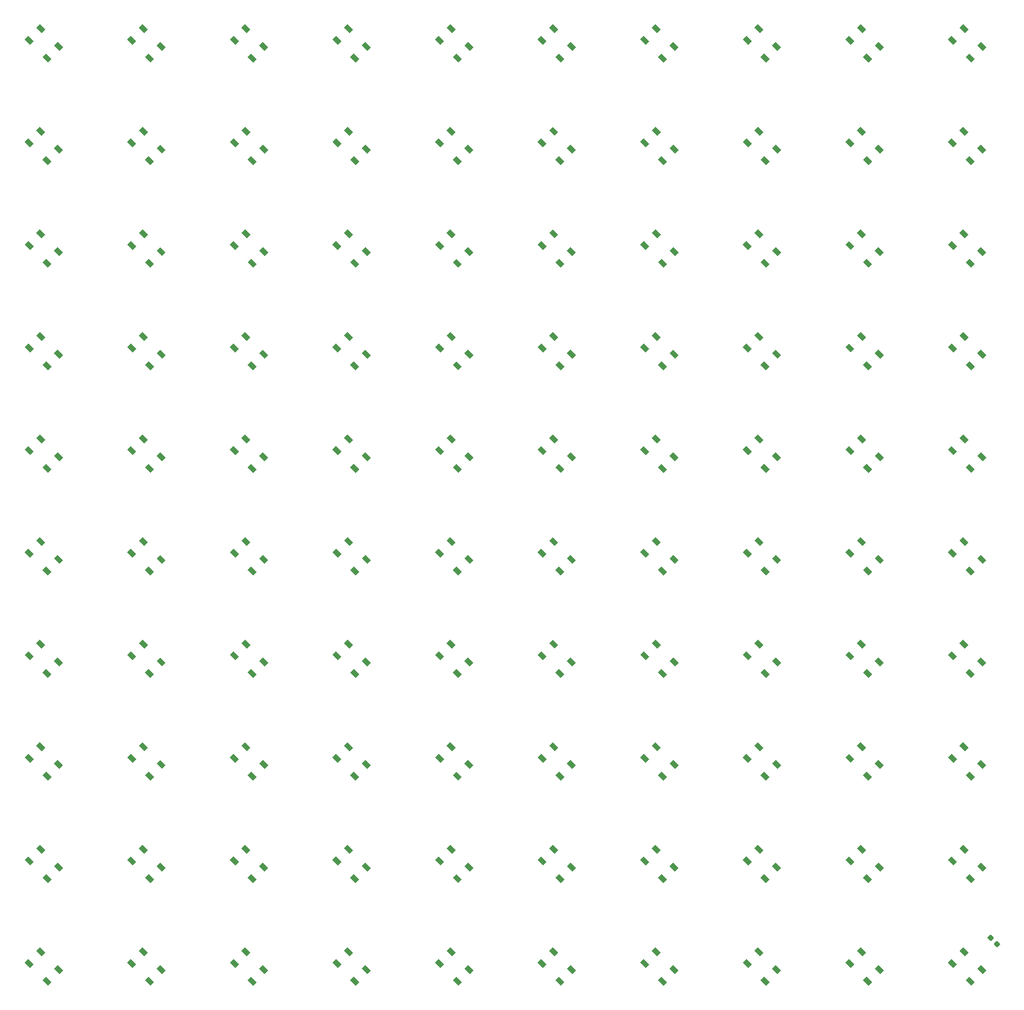
<source format=gbr>
G04 #@! TF.GenerationSoftware,KiCad,Pcbnew,5.1.6-1*
G04 #@! TF.CreationDate,2020-06-10T06:00:46+02:00*
G04 #@! TF.ProjectId,pentasquare,70656e74-6173-4717-9561-72652e6b6963,rev?*
G04 #@! TF.SameCoordinates,Original*
G04 #@! TF.FileFunction,Paste,Top*
G04 #@! TF.FilePolarity,Positive*
%FSLAX46Y46*%
G04 Gerber Fmt 4.6, Leading zero omitted, Abs format (unit mm)*
G04 Created by KiCad (PCBNEW 5.1.6-1) date 2020-06-10 06:00:46*
%MOMM*%
%LPD*%
G01*
G04 APERTURE LIST*
%ADD10C,0.100000*%
G04 APERTURE END LIST*
G36*
G01*
X209043395Y-199219271D02*
X209379271Y-198883395D01*
G75*
G02*
X209715147Y-198883395I167938J-167938D01*
G01*
X210121733Y-199289981D01*
G75*
G02*
X210121733Y-199625857I-167938J-167938D01*
G01*
X209785857Y-199961733D01*
G75*
G02*
X209449981Y-199961733I-167938J167938D01*
G01*
X209043395Y-199555147D01*
G75*
G02*
X209043395Y-199219271I167938J167938D01*
G01*
G37*
G36*
G01*
X210280831Y-200456707D02*
X210616707Y-200120831D01*
G75*
G02*
X210952583Y-200120831I167938J-167938D01*
G01*
X211359169Y-200527417D01*
G75*
G02*
X211359169Y-200863293I-167938J-167938D01*
G01*
X211023293Y-201199169D01*
G75*
G02*
X210687417Y-201199169I-167938J167938D01*
G01*
X210280831Y-200792583D01*
G75*
G02*
X210280831Y-200456707I167938J167938D01*
G01*
G37*
D10*
G36*
X206484924Y-208040559D02*
G01*
X205777818Y-208747665D01*
X204717158Y-207687005D01*
X205424264Y-206979899D01*
X206484924Y-208040559D01*
G37*
G36*
X208747665Y-205777818D02*
G01*
X208040559Y-206484924D01*
X206979899Y-205424264D01*
X207687005Y-204717158D01*
X208747665Y-205777818D01*
G37*
G36*
X203020101Y-204575736D02*
G01*
X202312995Y-205282842D01*
X201252335Y-204222182D01*
X201959441Y-203515076D01*
X203020101Y-204575736D01*
G37*
G36*
X205282842Y-202312995D02*
G01*
X204575736Y-203020101D01*
X203515076Y-201959441D01*
X204222182Y-201252335D01*
X205282842Y-202312995D01*
G37*
G36*
X185282842Y-202312995D02*
G01*
X184575736Y-203020101D01*
X183515076Y-201959441D01*
X184222182Y-201252335D01*
X185282842Y-202312995D01*
G37*
G36*
X183020101Y-204575736D02*
G01*
X182312995Y-205282842D01*
X181252335Y-204222182D01*
X181959441Y-203515076D01*
X183020101Y-204575736D01*
G37*
G36*
X188747665Y-205777818D02*
G01*
X188040559Y-206484924D01*
X186979899Y-205424264D01*
X187687005Y-204717158D01*
X188747665Y-205777818D01*
G37*
G36*
X186484924Y-208040559D02*
G01*
X185777818Y-208747665D01*
X184717158Y-207687005D01*
X185424264Y-206979899D01*
X186484924Y-208040559D01*
G37*
G36*
X166484924Y-208040559D02*
G01*
X165777818Y-208747665D01*
X164717158Y-207687005D01*
X165424264Y-206979899D01*
X166484924Y-208040559D01*
G37*
G36*
X168747665Y-205777818D02*
G01*
X168040559Y-206484924D01*
X166979899Y-205424264D01*
X167687005Y-204717158D01*
X168747665Y-205777818D01*
G37*
G36*
X163020101Y-204575736D02*
G01*
X162312995Y-205282842D01*
X161252335Y-204222182D01*
X161959441Y-203515076D01*
X163020101Y-204575736D01*
G37*
G36*
X165282842Y-202312995D02*
G01*
X164575736Y-203020101D01*
X163515076Y-201959441D01*
X164222182Y-201252335D01*
X165282842Y-202312995D01*
G37*
G36*
X145282842Y-202312995D02*
G01*
X144575736Y-203020101D01*
X143515076Y-201959441D01*
X144222182Y-201252335D01*
X145282842Y-202312995D01*
G37*
G36*
X143020101Y-204575736D02*
G01*
X142312995Y-205282842D01*
X141252335Y-204222182D01*
X141959441Y-203515076D01*
X143020101Y-204575736D01*
G37*
G36*
X148747665Y-205777818D02*
G01*
X148040559Y-206484924D01*
X146979899Y-205424264D01*
X147687005Y-204717158D01*
X148747665Y-205777818D01*
G37*
G36*
X146484924Y-208040559D02*
G01*
X145777818Y-208747665D01*
X144717158Y-207687005D01*
X145424264Y-206979899D01*
X146484924Y-208040559D01*
G37*
G36*
X126484924Y-208040559D02*
G01*
X125777818Y-208747665D01*
X124717158Y-207687005D01*
X125424264Y-206979899D01*
X126484924Y-208040559D01*
G37*
G36*
X128747665Y-205777818D02*
G01*
X128040559Y-206484924D01*
X126979899Y-205424264D01*
X127687005Y-204717158D01*
X128747665Y-205777818D01*
G37*
G36*
X123020101Y-204575736D02*
G01*
X122312995Y-205282842D01*
X121252335Y-204222182D01*
X121959441Y-203515076D01*
X123020101Y-204575736D01*
G37*
G36*
X125282842Y-202312995D02*
G01*
X124575736Y-203020101D01*
X123515076Y-201959441D01*
X124222182Y-201252335D01*
X125282842Y-202312995D01*
G37*
G36*
X105282842Y-202312995D02*
G01*
X104575736Y-203020101D01*
X103515076Y-201959441D01*
X104222182Y-201252335D01*
X105282842Y-202312995D01*
G37*
G36*
X103020101Y-204575736D02*
G01*
X102312995Y-205282842D01*
X101252335Y-204222182D01*
X101959441Y-203515076D01*
X103020101Y-204575736D01*
G37*
G36*
X108747665Y-205777818D02*
G01*
X108040559Y-206484924D01*
X106979899Y-205424264D01*
X107687005Y-204717158D01*
X108747665Y-205777818D01*
G37*
G36*
X106484924Y-208040559D02*
G01*
X105777818Y-208747665D01*
X104717158Y-207687005D01*
X105424264Y-206979899D01*
X106484924Y-208040559D01*
G37*
G36*
X86484924Y-208040559D02*
G01*
X85777818Y-208747665D01*
X84717158Y-207687005D01*
X85424264Y-206979899D01*
X86484924Y-208040559D01*
G37*
G36*
X88747665Y-205777818D02*
G01*
X88040559Y-206484924D01*
X86979899Y-205424264D01*
X87687005Y-204717158D01*
X88747665Y-205777818D01*
G37*
G36*
X83020101Y-204575736D02*
G01*
X82312995Y-205282842D01*
X81252335Y-204222182D01*
X81959441Y-203515076D01*
X83020101Y-204575736D01*
G37*
G36*
X85282842Y-202312995D02*
G01*
X84575736Y-203020101D01*
X83515076Y-201959441D01*
X84222182Y-201252335D01*
X85282842Y-202312995D01*
G37*
G36*
X65282842Y-202312995D02*
G01*
X64575736Y-203020101D01*
X63515076Y-201959441D01*
X64222182Y-201252335D01*
X65282842Y-202312995D01*
G37*
G36*
X63020101Y-204575736D02*
G01*
X62312995Y-205282842D01*
X61252335Y-204222182D01*
X61959441Y-203515076D01*
X63020101Y-204575736D01*
G37*
G36*
X68747665Y-205777818D02*
G01*
X68040559Y-206484924D01*
X66979899Y-205424264D01*
X67687005Y-204717158D01*
X68747665Y-205777818D01*
G37*
G36*
X66484924Y-208040559D02*
G01*
X65777818Y-208747665D01*
X64717158Y-207687005D01*
X65424264Y-206979899D01*
X66484924Y-208040559D01*
G37*
G36*
X46484924Y-208040559D02*
G01*
X45777818Y-208747665D01*
X44717158Y-207687005D01*
X45424264Y-206979899D01*
X46484924Y-208040559D01*
G37*
G36*
X48747665Y-205777818D02*
G01*
X48040559Y-206484924D01*
X46979899Y-205424264D01*
X47687005Y-204717158D01*
X48747665Y-205777818D01*
G37*
G36*
X43020101Y-204575736D02*
G01*
X42312995Y-205282842D01*
X41252335Y-204222182D01*
X41959441Y-203515076D01*
X43020101Y-204575736D01*
G37*
G36*
X45282842Y-202312995D02*
G01*
X44575736Y-203020101D01*
X43515076Y-201959441D01*
X44222182Y-201252335D01*
X45282842Y-202312995D01*
G37*
G36*
X25282842Y-202312995D02*
G01*
X24575736Y-203020101D01*
X23515076Y-201959441D01*
X24222182Y-201252335D01*
X25282842Y-202312995D01*
G37*
G36*
X23020101Y-204575736D02*
G01*
X22312995Y-205282842D01*
X21252335Y-204222182D01*
X21959441Y-203515076D01*
X23020101Y-204575736D01*
G37*
G36*
X28747665Y-205777818D02*
G01*
X28040559Y-206484924D01*
X26979899Y-205424264D01*
X27687005Y-204717158D01*
X28747665Y-205777818D01*
G37*
G36*
X26484924Y-208040559D02*
G01*
X25777818Y-208747665D01*
X24717158Y-207687005D01*
X25424264Y-206979899D01*
X26484924Y-208040559D01*
G37*
G36*
X206484924Y-188040559D02*
G01*
X205777818Y-188747665D01*
X204717158Y-187687005D01*
X205424264Y-186979899D01*
X206484924Y-188040559D01*
G37*
G36*
X208747665Y-185777818D02*
G01*
X208040559Y-186484924D01*
X206979899Y-185424264D01*
X207687005Y-184717158D01*
X208747665Y-185777818D01*
G37*
G36*
X203020101Y-184575736D02*
G01*
X202312995Y-185282842D01*
X201252335Y-184222182D01*
X201959441Y-183515076D01*
X203020101Y-184575736D01*
G37*
G36*
X205282842Y-182312995D02*
G01*
X204575736Y-183020101D01*
X203515076Y-181959441D01*
X204222182Y-181252335D01*
X205282842Y-182312995D01*
G37*
G36*
X65282842Y-142312995D02*
G01*
X64575736Y-143020101D01*
X63515076Y-141959441D01*
X64222182Y-141252335D01*
X65282842Y-142312995D01*
G37*
G36*
X63020101Y-144575736D02*
G01*
X62312995Y-145282842D01*
X61252335Y-144222182D01*
X61959441Y-143515076D01*
X63020101Y-144575736D01*
G37*
G36*
X68747665Y-145777818D02*
G01*
X68040559Y-146484924D01*
X66979899Y-145424264D01*
X67687005Y-144717158D01*
X68747665Y-145777818D01*
G37*
G36*
X66484924Y-148040559D02*
G01*
X65777818Y-148747665D01*
X64717158Y-147687005D01*
X65424264Y-146979899D01*
X66484924Y-148040559D01*
G37*
G36*
X26484924Y-128040559D02*
G01*
X25777818Y-128747665D01*
X24717158Y-127687005D01*
X25424264Y-126979899D01*
X26484924Y-128040559D01*
G37*
G36*
X28747665Y-125777818D02*
G01*
X28040559Y-126484924D01*
X26979899Y-125424264D01*
X27687005Y-124717158D01*
X28747665Y-125777818D01*
G37*
G36*
X23020101Y-124575736D02*
G01*
X22312995Y-125282842D01*
X21252335Y-124222182D01*
X21959441Y-123515076D01*
X23020101Y-124575736D01*
G37*
G36*
X25282842Y-122312995D02*
G01*
X24575736Y-123020101D01*
X23515076Y-121959441D01*
X24222182Y-121252335D01*
X25282842Y-122312995D01*
G37*
G36*
X145282842Y-182312995D02*
G01*
X144575736Y-183020101D01*
X143515076Y-181959441D01*
X144222182Y-181252335D01*
X145282842Y-182312995D01*
G37*
G36*
X143020101Y-184575736D02*
G01*
X142312995Y-185282842D01*
X141252335Y-184222182D01*
X141959441Y-183515076D01*
X143020101Y-184575736D01*
G37*
G36*
X148747665Y-185777818D02*
G01*
X148040559Y-186484924D01*
X146979899Y-185424264D01*
X147687005Y-184717158D01*
X148747665Y-185777818D01*
G37*
G36*
X146484924Y-188040559D02*
G01*
X145777818Y-188747665D01*
X144717158Y-187687005D01*
X145424264Y-186979899D01*
X146484924Y-188040559D01*
G37*
G36*
X126484924Y-188040559D02*
G01*
X125777818Y-188747665D01*
X124717158Y-187687005D01*
X125424264Y-186979899D01*
X126484924Y-188040559D01*
G37*
G36*
X128747665Y-185777818D02*
G01*
X128040559Y-186484924D01*
X126979899Y-185424264D01*
X127687005Y-184717158D01*
X128747665Y-185777818D01*
G37*
G36*
X123020101Y-184575736D02*
G01*
X122312995Y-185282842D01*
X121252335Y-184222182D01*
X121959441Y-183515076D01*
X123020101Y-184575736D01*
G37*
G36*
X125282842Y-182312995D02*
G01*
X124575736Y-183020101D01*
X123515076Y-181959441D01*
X124222182Y-181252335D01*
X125282842Y-182312995D01*
G37*
G36*
X105282842Y-182312995D02*
G01*
X104575736Y-183020101D01*
X103515076Y-181959441D01*
X104222182Y-181252335D01*
X105282842Y-182312995D01*
G37*
G36*
X103020101Y-184575736D02*
G01*
X102312995Y-185282842D01*
X101252335Y-184222182D01*
X101959441Y-183515076D01*
X103020101Y-184575736D01*
G37*
G36*
X108747665Y-185777818D02*
G01*
X108040559Y-186484924D01*
X106979899Y-185424264D01*
X107687005Y-184717158D01*
X108747665Y-185777818D01*
G37*
G36*
X106484924Y-188040559D02*
G01*
X105777818Y-188747665D01*
X104717158Y-187687005D01*
X105424264Y-186979899D01*
X106484924Y-188040559D01*
G37*
G36*
X86484924Y-188040559D02*
G01*
X85777818Y-188747665D01*
X84717158Y-187687005D01*
X85424264Y-186979899D01*
X86484924Y-188040559D01*
G37*
G36*
X88747665Y-185777818D02*
G01*
X88040559Y-186484924D01*
X86979899Y-185424264D01*
X87687005Y-184717158D01*
X88747665Y-185777818D01*
G37*
G36*
X83020101Y-184575736D02*
G01*
X82312995Y-185282842D01*
X81252335Y-184222182D01*
X81959441Y-183515076D01*
X83020101Y-184575736D01*
G37*
G36*
X85282842Y-182312995D02*
G01*
X84575736Y-183020101D01*
X83515076Y-181959441D01*
X84222182Y-181252335D01*
X85282842Y-182312995D01*
G37*
G36*
X65282842Y-182312995D02*
G01*
X64575736Y-183020101D01*
X63515076Y-181959441D01*
X64222182Y-181252335D01*
X65282842Y-182312995D01*
G37*
G36*
X63020101Y-184575736D02*
G01*
X62312995Y-185282842D01*
X61252335Y-184222182D01*
X61959441Y-183515076D01*
X63020101Y-184575736D01*
G37*
G36*
X68747665Y-185777818D02*
G01*
X68040559Y-186484924D01*
X66979899Y-185424264D01*
X67687005Y-184717158D01*
X68747665Y-185777818D01*
G37*
G36*
X66484924Y-188040559D02*
G01*
X65777818Y-188747665D01*
X64717158Y-187687005D01*
X65424264Y-186979899D01*
X66484924Y-188040559D01*
G37*
G36*
X46484924Y-188040559D02*
G01*
X45777818Y-188747665D01*
X44717158Y-187687005D01*
X45424264Y-186979899D01*
X46484924Y-188040559D01*
G37*
G36*
X48747665Y-185777818D02*
G01*
X48040559Y-186484924D01*
X46979899Y-185424264D01*
X47687005Y-184717158D01*
X48747665Y-185777818D01*
G37*
G36*
X43020101Y-184575736D02*
G01*
X42312995Y-185282842D01*
X41252335Y-184222182D01*
X41959441Y-183515076D01*
X43020101Y-184575736D01*
G37*
G36*
X45282842Y-182312995D02*
G01*
X44575736Y-183020101D01*
X43515076Y-181959441D01*
X44222182Y-181252335D01*
X45282842Y-182312995D01*
G37*
G36*
X25282842Y-182312995D02*
G01*
X24575736Y-183020101D01*
X23515076Y-181959441D01*
X24222182Y-181252335D01*
X25282842Y-182312995D01*
G37*
G36*
X23020101Y-184575736D02*
G01*
X22312995Y-185282842D01*
X21252335Y-184222182D01*
X21959441Y-183515076D01*
X23020101Y-184575736D01*
G37*
G36*
X28747665Y-185777818D02*
G01*
X28040559Y-186484924D01*
X26979899Y-185424264D01*
X27687005Y-184717158D01*
X28747665Y-185777818D01*
G37*
G36*
X26484924Y-188040559D02*
G01*
X25777818Y-188747665D01*
X24717158Y-187687005D01*
X25424264Y-186979899D01*
X26484924Y-188040559D01*
G37*
G36*
X206484924Y-168040559D02*
G01*
X205777818Y-168747665D01*
X204717158Y-167687005D01*
X205424264Y-166979899D01*
X206484924Y-168040559D01*
G37*
G36*
X208747665Y-165777818D02*
G01*
X208040559Y-166484924D01*
X206979899Y-165424264D01*
X207687005Y-164717158D01*
X208747665Y-165777818D01*
G37*
G36*
X203020101Y-164575736D02*
G01*
X202312995Y-165282842D01*
X201252335Y-164222182D01*
X201959441Y-163515076D01*
X203020101Y-164575736D01*
G37*
G36*
X205282842Y-162312995D02*
G01*
X204575736Y-163020101D01*
X203515076Y-161959441D01*
X204222182Y-161252335D01*
X205282842Y-162312995D01*
G37*
G36*
X185282842Y-162312995D02*
G01*
X184575736Y-163020101D01*
X183515076Y-161959441D01*
X184222182Y-161252335D01*
X185282842Y-162312995D01*
G37*
G36*
X183020101Y-164575736D02*
G01*
X182312995Y-165282842D01*
X181252335Y-164222182D01*
X181959441Y-163515076D01*
X183020101Y-164575736D01*
G37*
G36*
X188747665Y-165777818D02*
G01*
X188040559Y-166484924D01*
X186979899Y-165424264D01*
X187687005Y-164717158D01*
X188747665Y-165777818D01*
G37*
G36*
X186484924Y-168040559D02*
G01*
X185777818Y-168747665D01*
X184717158Y-167687005D01*
X185424264Y-166979899D01*
X186484924Y-168040559D01*
G37*
G36*
X166484924Y-168040559D02*
G01*
X165777818Y-168747665D01*
X164717158Y-167687005D01*
X165424264Y-166979899D01*
X166484924Y-168040559D01*
G37*
G36*
X168747665Y-165777818D02*
G01*
X168040559Y-166484924D01*
X166979899Y-165424264D01*
X167687005Y-164717158D01*
X168747665Y-165777818D01*
G37*
G36*
X163020101Y-164575736D02*
G01*
X162312995Y-165282842D01*
X161252335Y-164222182D01*
X161959441Y-163515076D01*
X163020101Y-164575736D01*
G37*
G36*
X165282842Y-162312995D02*
G01*
X164575736Y-163020101D01*
X163515076Y-161959441D01*
X164222182Y-161252335D01*
X165282842Y-162312995D01*
G37*
G36*
X145282842Y-162312995D02*
G01*
X144575736Y-163020101D01*
X143515076Y-161959441D01*
X144222182Y-161252335D01*
X145282842Y-162312995D01*
G37*
G36*
X143020101Y-164575736D02*
G01*
X142312995Y-165282842D01*
X141252335Y-164222182D01*
X141959441Y-163515076D01*
X143020101Y-164575736D01*
G37*
G36*
X148747665Y-165777818D02*
G01*
X148040559Y-166484924D01*
X146979899Y-165424264D01*
X147687005Y-164717158D01*
X148747665Y-165777818D01*
G37*
G36*
X146484924Y-168040559D02*
G01*
X145777818Y-168747665D01*
X144717158Y-167687005D01*
X145424264Y-166979899D01*
X146484924Y-168040559D01*
G37*
G36*
X186484924Y-188040559D02*
G01*
X185777818Y-188747665D01*
X184717158Y-187687005D01*
X185424264Y-186979899D01*
X186484924Y-188040559D01*
G37*
G36*
X188747665Y-185777818D02*
G01*
X188040559Y-186484924D01*
X186979899Y-185424264D01*
X187687005Y-184717158D01*
X188747665Y-185777818D01*
G37*
G36*
X183020101Y-184575736D02*
G01*
X182312995Y-185282842D01*
X181252335Y-184222182D01*
X181959441Y-183515076D01*
X183020101Y-184575736D01*
G37*
G36*
X185282842Y-182312995D02*
G01*
X184575736Y-183020101D01*
X183515076Y-181959441D01*
X184222182Y-181252335D01*
X185282842Y-182312995D01*
G37*
G36*
X105282842Y-162312995D02*
G01*
X104575736Y-163020101D01*
X103515076Y-161959441D01*
X104222182Y-161252335D01*
X105282842Y-162312995D01*
G37*
G36*
X103020101Y-164575736D02*
G01*
X102312995Y-165282842D01*
X101252335Y-164222182D01*
X101959441Y-163515076D01*
X103020101Y-164575736D01*
G37*
G36*
X108747665Y-165777818D02*
G01*
X108040559Y-166484924D01*
X106979899Y-165424264D01*
X107687005Y-164717158D01*
X108747665Y-165777818D01*
G37*
G36*
X106484924Y-168040559D02*
G01*
X105777818Y-168747665D01*
X104717158Y-167687005D01*
X105424264Y-166979899D01*
X106484924Y-168040559D01*
G37*
G36*
X86484924Y-168040559D02*
G01*
X85777818Y-168747665D01*
X84717158Y-167687005D01*
X85424264Y-166979899D01*
X86484924Y-168040559D01*
G37*
G36*
X88747665Y-165777818D02*
G01*
X88040559Y-166484924D01*
X86979899Y-165424264D01*
X87687005Y-164717158D01*
X88747665Y-165777818D01*
G37*
G36*
X83020101Y-164575736D02*
G01*
X82312995Y-165282842D01*
X81252335Y-164222182D01*
X81959441Y-163515076D01*
X83020101Y-164575736D01*
G37*
G36*
X85282842Y-162312995D02*
G01*
X84575736Y-163020101D01*
X83515076Y-161959441D01*
X84222182Y-161252335D01*
X85282842Y-162312995D01*
G37*
G36*
X65282842Y-162312995D02*
G01*
X64575736Y-163020101D01*
X63515076Y-161959441D01*
X64222182Y-161252335D01*
X65282842Y-162312995D01*
G37*
G36*
X63020101Y-164575736D02*
G01*
X62312995Y-165282842D01*
X61252335Y-164222182D01*
X61959441Y-163515076D01*
X63020101Y-164575736D01*
G37*
G36*
X68747665Y-165777818D02*
G01*
X68040559Y-166484924D01*
X66979899Y-165424264D01*
X67687005Y-164717158D01*
X68747665Y-165777818D01*
G37*
G36*
X66484924Y-168040559D02*
G01*
X65777818Y-168747665D01*
X64717158Y-167687005D01*
X65424264Y-166979899D01*
X66484924Y-168040559D01*
G37*
G36*
X46484924Y-168040559D02*
G01*
X45777818Y-168747665D01*
X44717158Y-167687005D01*
X45424264Y-166979899D01*
X46484924Y-168040559D01*
G37*
G36*
X48747665Y-165777818D02*
G01*
X48040559Y-166484924D01*
X46979899Y-165424264D01*
X47687005Y-164717158D01*
X48747665Y-165777818D01*
G37*
G36*
X43020101Y-164575736D02*
G01*
X42312995Y-165282842D01*
X41252335Y-164222182D01*
X41959441Y-163515076D01*
X43020101Y-164575736D01*
G37*
G36*
X45282842Y-162312995D02*
G01*
X44575736Y-163020101D01*
X43515076Y-161959441D01*
X44222182Y-161252335D01*
X45282842Y-162312995D01*
G37*
G36*
X25282842Y-162312995D02*
G01*
X24575736Y-163020101D01*
X23515076Y-161959441D01*
X24222182Y-161252335D01*
X25282842Y-162312995D01*
G37*
G36*
X23020101Y-164575736D02*
G01*
X22312995Y-165282842D01*
X21252335Y-164222182D01*
X21959441Y-163515076D01*
X23020101Y-164575736D01*
G37*
G36*
X28747665Y-165777818D02*
G01*
X28040559Y-166484924D01*
X26979899Y-165424264D01*
X27687005Y-164717158D01*
X28747665Y-165777818D01*
G37*
G36*
X26484924Y-168040559D02*
G01*
X25777818Y-168747665D01*
X24717158Y-167687005D01*
X25424264Y-166979899D01*
X26484924Y-168040559D01*
G37*
G36*
X206484924Y-148040559D02*
G01*
X205777818Y-148747665D01*
X204717158Y-147687005D01*
X205424264Y-146979899D01*
X206484924Y-148040559D01*
G37*
G36*
X208747665Y-145777818D02*
G01*
X208040559Y-146484924D01*
X206979899Y-145424264D01*
X207687005Y-144717158D01*
X208747665Y-145777818D01*
G37*
G36*
X203020101Y-144575736D02*
G01*
X202312995Y-145282842D01*
X201252335Y-144222182D01*
X201959441Y-143515076D01*
X203020101Y-144575736D01*
G37*
G36*
X205282842Y-142312995D02*
G01*
X204575736Y-143020101D01*
X203515076Y-141959441D01*
X204222182Y-141252335D01*
X205282842Y-142312995D01*
G37*
G36*
X185282842Y-142312995D02*
G01*
X184575736Y-143020101D01*
X183515076Y-141959441D01*
X184222182Y-141252335D01*
X185282842Y-142312995D01*
G37*
G36*
X183020101Y-144575736D02*
G01*
X182312995Y-145282842D01*
X181252335Y-144222182D01*
X181959441Y-143515076D01*
X183020101Y-144575736D01*
G37*
G36*
X188747665Y-145777818D02*
G01*
X188040559Y-146484924D01*
X186979899Y-145424264D01*
X187687005Y-144717158D01*
X188747665Y-145777818D01*
G37*
G36*
X186484924Y-148040559D02*
G01*
X185777818Y-148747665D01*
X184717158Y-147687005D01*
X185424264Y-146979899D01*
X186484924Y-148040559D01*
G37*
G36*
X166484924Y-148040559D02*
G01*
X165777818Y-148747665D01*
X164717158Y-147687005D01*
X165424264Y-146979899D01*
X166484924Y-148040559D01*
G37*
G36*
X168747665Y-145777818D02*
G01*
X168040559Y-146484924D01*
X166979899Y-145424264D01*
X167687005Y-144717158D01*
X168747665Y-145777818D01*
G37*
G36*
X163020101Y-144575736D02*
G01*
X162312995Y-145282842D01*
X161252335Y-144222182D01*
X161959441Y-143515076D01*
X163020101Y-144575736D01*
G37*
G36*
X165282842Y-142312995D02*
G01*
X164575736Y-143020101D01*
X163515076Y-141959441D01*
X164222182Y-141252335D01*
X165282842Y-142312995D01*
G37*
G36*
X145282842Y-142312995D02*
G01*
X144575736Y-143020101D01*
X143515076Y-141959441D01*
X144222182Y-141252335D01*
X145282842Y-142312995D01*
G37*
G36*
X143020101Y-144575736D02*
G01*
X142312995Y-145282842D01*
X141252335Y-144222182D01*
X141959441Y-143515076D01*
X143020101Y-144575736D01*
G37*
G36*
X148747665Y-145777818D02*
G01*
X148040559Y-146484924D01*
X146979899Y-145424264D01*
X147687005Y-144717158D01*
X148747665Y-145777818D01*
G37*
G36*
X146484924Y-148040559D02*
G01*
X145777818Y-148747665D01*
X144717158Y-147687005D01*
X145424264Y-146979899D01*
X146484924Y-148040559D01*
G37*
G36*
X126484924Y-148040559D02*
G01*
X125777818Y-148747665D01*
X124717158Y-147687005D01*
X125424264Y-146979899D01*
X126484924Y-148040559D01*
G37*
G36*
X128747665Y-145777818D02*
G01*
X128040559Y-146484924D01*
X126979899Y-145424264D01*
X127687005Y-144717158D01*
X128747665Y-145777818D01*
G37*
G36*
X123020101Y-144575736D02*
G01*
X122312995Y-145282842D01*
X121252335Y-144222182D01*
X121959441Y-143515076D01*
X123020101Y-144575736D01*
G37*
G36*
X125282842Y-142312995D02*
G01*
X124575736Y-143020101D01*
X123515076Y-141959441D01*
X124222182Y-141252335D01*
X125282842Y-142312995D01*
G37*
G36*
X105282842Y-142312995D02*
G01*
X104575736Y-143020101D01*
X103515076Y-141959441D01*
X104222182Y-141252335D01*
X105282842Y-142312995D01*
G37*
G36*
X103020101Y-144575736D02*
G01*
X102312995Y-145282842D01*
X101252335Y-144222182D01*
X101959441Y-143515076D01*
X103020101Y-144575736D01*
G37*
G36*
X108747665Y-145777818D02*
G01*
X108040559Y-146484924D01*
X106979899Y-145424264D01*
X107687005Y-144717158D01*
X108747665Y-145777818D01*
G37*
G36*
X106484924Y-148040559D02*
G01*
X105777818Y-148747665D01*
X104717158Y-147687005D01*
X105424264Y-146979899D01*
X106484924Y-148040559D01*
G37*
G36*
X166484924Y-188040559D02*
G01*
X165777818Y-188747665D01*
X164717158Y-187687005D01*
X165424264Y-186979899D01*
X166484924Y-188040559D01*
G37*
G36*
X168747665Y-185777818D02*
G01*
X168040559Y-186484924D01*
X166979899Y-185424264D01*
X167687005Y-184717158D01*
X168747665Y-185777818D01*
G37*
G36*
X163020101Y-184575736D02*
G01*
X162312995Y-185282842D01*
X161252335Y-184222182D01*
X161959441Y-183515076D01*
X163020101Y-184575736D01*
G37*
G36*
X165282842Y-182312995D02*
G01*
X164575736Y-183020101D01*
X163515076Y-181959441D01*
X164222182Y-181252335D01*
X165282842Y-182312995D01*
G37*
G36*
X125282842Y-162312995D02*
G01*
X124575736Y-163020101D01*
X123515076Y-161959441D01*
X124222182Y-161252335D01*
X125282842Y-162312995D01*
G37*
G36*
X123020101Y-164575736D02*
G01*
X122312995Y-165282842D01*
X121252335Y-164222182D01*
X121959441Y-163515076D01*
X123020101Y-164575736D01*
G37*
G36*
X128747665Y-165777818D02*
G01*
X128040559Y-166484924D01*
X126979899Y-165424264D01*
X127687005Y-164717158D01*
X128747665Y-165777818D01*
G37*
G36*
X126484924Y-168040559D02*
G01*
X125777818Y-168747665D01*
X124717158Y-167687005D01*
X125424264Y-166979899D01*
X126484924Y-168040559D01*
G37*
G36*
X46484924Y-148040559D02*
G01*
X45777818Y-148747665D01*
X44717158Y-147687005D01*
X45424264Y-146979899D01*
X46484924Y-148040559D01*
G37*
G36*
X48747665Y-145777818D02*
G01*
X48040559Y-146484924D01*
X46979899Y-145424264D01*
X47687005Y-144717158D01*
X48747665Y-145777818D01*
G37*
G36*
X43020101Y-144575736D02*
G01*
X42312995Y-145282842D01*
X41252335Y-144222182D01*
X41959441Y-143515076D01*
X43020101Y-144575736D01*
G37*
G36*
X45282842Y-142312995D02*
G01*
X44575736Y-143020101D01*
X43515076Y-141959441D01*
X44222182Y-141252335D01*
X45282842Y-142312995D01*
G37*
G36*
X25282842Y-142312995D02*
G01*
X24575736Y-143020101D01*
X23515076Y-141959441D01*
X24222182Y-141252335D01*
X25282842Y-142312995D01*
G37*
G36*
X23020101Y-144575736D02*
G01*
X22312995Y-145282842D01*
X21252335Y-144222182D01*
X21959441Y-143515076D01*
X23020101Y-144575736D01*
G37*
G36*
X28747665Y-145777818D02*
G01*
X28040559Y-146484924D01*
X26979899Y-145424264D01*
X27687005Y-144717158D01*
X28747665Y-145777818D01*
G37*
G36*
X26484924Y-148040559D02*
G01*
X25777818Y-148747665D01*
X24717158Y-147687005D01*
X25424264Y-146979899D01*
X26484924Y-148040559D01*
G37*
G36*
X206484924Y-128040559D02*
G01*
X205777818Y-128747665D01*
X204717158Y-127687005D01*
X205424264Y-126979899D01*
X206484924Y-128040559D01*
G37*
G36*
X208747665Y-125777818D02*
G01*
X208040559Y-126484924D01*
X206979899Y-125424264D01*
X207687005Y-124717158D01*
X208747665Y-125777818D01*
G37*
G36*
X203020101Y-124575736D02*
G01*
X202312995Y-125282842D01*
X201252335Y-124222182D01*
X201959441Y-123515076D01*
X203020101Y-124575736D01*
G37*
G36*
X205282842Y-122312995D02*
G01*
X204575736Y-123020101D01*
X203515076Y-121959441D01*
X204222182Y-121252335D01*
X205282842Y-122312995D01*
G37*
G36*
X185282842Y-122312995D02*
G01*
X184575736Y-123020101D01*
X183515076Y-121959441D01*
X184222182Y-121252335D01*
X185282842Y-122312995D01*
G37*
G36*
X183020101Y-124575736D02*
G01*
X182312995Y-125282842D01*
X181252335Y-124222182D01*
X181959441Y-123515076D01*
X183020101Y-124575736D01*
G37*
G36*
X188747665Y-125777818D02*
G01*
X188040559Y-126484924D01*
X186979899Y-125424264D01*
X187687005Y-124717158D01*
X188747665Y-125777818D01*
G37*
G36*
X186484924Y-128040559D02*
G01*
X185777818Y-128747665D01*
X184717158Y-127687005D01*
X185424264Y-126979899D01*
X186484924Y-128040559D01*
G37*
G36*
X166484924Y-128040559D02*
G01*
X165777818Y-128747665D01*
X164717158Y-127687005D01*
X165424264Y-126979899D01*
X166484924Y-128040559D01*
G37*
G36*
X168747665Y-125777818D02*
G01*
X168040559Y-126484924D01*
X166979899Y-125424264D01*
X167687005Y-124717158D01*
X168747665Y-125777818D01*
G37*
G36*
X163020101Y-124575736D02*
G01*
X162312995Y-125282842D01*
X161252335Y-124222182D01*
X161959441Y-123515076D01*
X163020101Y-124575736D01*
G37*
G36*
X165282842Y-122312995D02*
G01*
X164575736Y-123020101D01*
X163515076Y-121959441D01*
X164222182Y-121252335D01*
X165282842Y-122312995D01*
G37*
G36*
X145282842Y-122312995D02*
G01*
X144575736Y-123020101D01*
X143515076Y-121959441D01*
X144222182Y-121252335D01*
X145282842Y-122312995D01*
G37*
G36*
X143020101Y-124575736D02*
G01*
X142312995Y-125282842D01*
X141252335Y-124222182D01*
X141959441Y-123515076D01*
X143020101Y-124575736D01*
G37*
G36*
X148747665Y-125777818D02*
G01*
X148040559Y-126484924D01*
X146979899Y-125424264D01*
X147687005Y-124717158D01*
X148747665Y-125777818D01*
G37*
G36*
X146484924Y-128040559D02*
G01*
X145777818Y-128747665D01*
X144717158Y-127687005D01*
X145424264Y-126979899D01*
X146484924Y-128040559D01*
G37*
G36*
X126484924Y-128040559D02*
G01*
X125777818Y-128747665D01*
X124717158Y-127687005D01*
X125424264Y-126979899D01*
X126484924Y-128040559D01*
G37*
G36*
X128747665Y-125777818D02*
G01*
X128040559Y-126484924D01*
X126979899Y-125424264D01*
X127687005Y-124717158D01*
X128747665Y-125777818D01*
G37*
G36*
X123020101Y-124575736D02*
G01*
X122312995Y-125282842D01*
X121252335Y-124222182D01*
X121959441Y-123515076D01*
X123020101Y-124575736D01*
G37*
G36*
X125282842Y-122312995D02*
G01*
X124575736Y-123020101D01*
X123515076Y-121959441D01*
X124222182Y-121252335D01*
X125282842Y-122312995D01*
G37*
G36*
X105282842Y-122312995D02*
G01*
X104575736Y-123020101D01*
X103515076Y-121959441D01*
X104222182Y-121252335D01*
X105282842Y-122312995D01*
G37*
G36*
X103020101Y-124575736D02*
G01*
X102312995Y-125282842D01*
X101252335Y-124222182D01*
X101959441Y-123515076D01*
X103020101Y-124575736D01*
G37*
G36*
X108747665Y-125777818D02*
G01*
X108040559Y-126484924D01*
X106979899Y-125424264D01*
X107687005Y-124717158D01*
X108747665Y-125777818D01*
G37*
G36*
X106484924Y-128040559D02*
G01*
X105777818Y-128747665D01*
X104717158Y-127687005D01*
X105424264Y-126979899D01*
X106484924Y-128040559D01*
G37*
G36*
X86484924Y-128040559D02*
G01*
X85777818Y-128747665D01*
X84717158Y-127687005D01*
X85424264Y-126979899D01*
X86484924Y-128040559D01*
G37*
G36*
X88747665Y-125777818D02*
G01*
X88040559Y-126484924D01*
X86979899Y-125424264D01*
X87687005Y-124717158D01*
X88747665Y-125777818D01*
G37*
G36*
X83020101Y-124575736D02*
G01*
X82312995Y-125282842D01*
X81252335Y-124222182D01*
X81959441Y-123515076D01*
X83020101Y-124575736D01*
G37*
G36*
X85282842Y-122312995D02*
G01*
X84575736Y-123020101D01*
X83515076Y-121959441D01*
X84222182Y-121252335D01*
X85282842Y-122312995D01*
G37*
G36*
X65282842Y-122312995D02*
G01*
X64575736Y-123020101D01*
X63515076Y-121959441D01*
X64222182Y-121252335D01*
X65282842Y-122312995D01*
G37*
G36*
X63020101Y-124575736D02*
G01*
X62312995Y-125282842D01*
X61252335Y-124222182D01*
X61959441Y-123515076D01*
X63020101Y-124575736D01*
G37*
G36*
X68747665Y-125777818D02*
G01*
X68040559Y-126484924D01*
X66979899Y-125424264D01*
X67687005Y-124717158D01*
X68747665Y-125777818D01*
G37*
G36*
X66484924Y-128040559D02*
G01*
X65777818Y-128747665D01*
X64717158Y-127687005D01*
X65424264Y-126979899D01*
X66484924Y-128040559D01*
G37*
G36*
X46484924Y-128040559D02*
G01*
X45777818Y-128747665D01*
X44717158Y-127687005D01*
X45424264Y-126979899D01*
X46484924Y-128040559D01*
G37*
G36*
X48747665Y-125777818D02*
G01*
X48040559Y-126484924D01*
X46979899Y-125424264D01*
X47687005Y-124717158D01*
X48747665Y-125777818D01*
G37*
G36*
X43020101Y-124575736D02*
G01*
X42312995Y-125282842D01*
X41252335Y-124222182D01*
X41959441Y-123515076D01*
X43020101Y-124575736D01*
G37*
G36*
X45282842Y-122312995D02*
G01*
X44575736Y-123020101D01*
X43515076Y-121959441D01*
X44222182Y-121252335D01*
X45282842Y-122312995D01*
G37*
G36*
X85282842Y-142312995D02*
G01*
X84575736Y-143020101D01*
X83515076Y-141959441D01*
X84222182Y-141252335D01*
X85282842Y-142312995D01*
G37*
G36*
X83020101Y-144575736D02*
G01*
X82312995Y-145282842D01*
X81252335Y-144222182D01*
X81959441Y-143515076D01*
X83020101Y-144575736D01*
G37*
G36*
X88747665Y-145777818D02*
G01*
X88040559Y-146484924D01*
X86979899Y-145424264D01*
X87687005Y-144717158D01*
X88747665Y-145777818D01*
G37*
G36*
X86484924Y-148040559D02*
G01*
X85777818Y-148747665D01*
X84717158Y-147687005D01*
X85424264Y-146979899D01*
X86484924Y-148040559D01*
G37*
G36*
X206484924Y-108040559D02*
G01*
X205777818Y-108747665D01*
X204717158Y-107687005D01*
X205424264Y-106979899D01*
X206484924Y-108040559D01*
G37*
G36*
X208747665Y-105777818D02*
G01*
X208040559Y-106484924D01*
X206979899Y-105424264D01*
X207687005Y-104717158D01*
X208747665Y-105777818D01*
G37*
G36*
X203020101Y-104575736D02*
G01*
X202312995Y-105282842D01*
X201252335Y-104222182D01*
X201959441Y-103515076D01*
X203020101Y-104575736D01*
G37*
G36*
X205282842Y-102312995D02*
G01*
X204575736Y-103020101D01*
X203515076Y-101959441D01*
X204222182Y-101252335D01*
X205282842Y-102312995D01*
G37*
G36*
X185282842Y-102312995D02*
G01*
X184575736Y-103020101D01*
X183515076Y-101959441D01*
X184222182Y-101252335D01*
X185282842Y-102312995D01*
G37*
G36*
X183020101Y-104575736D02*
G01*
X182312995Y-105282842D01*
X181252335Y-104222182D01*
X181959441Y-103515076D01*
X183020101Y-104575736D01*
G37*
G36*
X188747665Y-105777818D02*
G01*
X188040559Y-106484924D01*
X186979899Y-105424264D01*
X187687005Y-104717158D01*
X188747665Y-105777818D01*
G37*
G36*
X186484924Y-108040559D02*
G01*
X185777818Y-108747665D01*
X184717158Y-107687005D01*
X185424264Y-106979899D01*
X186484924Y-108040559D01*
G37*
G36*
X166484924Y-108040559D02*
G01*
X165777818Y-108747665D01*
X164717158Y-107687005D01*
X165424264Y-106979899D01*
X166484924Y-108040559D01*
G37*
G36*
X168747665Y-105777818D02*
G01*
X168040559Y-106484924D01*
X166979899Y-105424264D01*
X167687005Y-104717158D01*
X168747665Y-105777818D01*
G37*
G36*
X163020101Y-104575736D02*
G01*
X162312995Y-105282842D01*
X161252335Y-104222182D01*
X161959441Y-103515076D01*
X163020101Y-104575736D01*
G37*
G36*
X165282842Y-102312995D02*
G01*
X164575736Y-103020101D01*
X163515076Y-101959441D01*
X164222182Y-101252335D01*
X165282842Y-102312995D01*
G37*
G36*
X145282842Y-102312995D02*
G01*
X144575736Y-103020101D01*
X143515076Y-101959441D01*
X144222182Y-101252335D01*
X145282842Y-102312995D01*
G37*
G36*
X143020101Y-104575736D02*
G01*
X142312995Y-105282842D01*
X141252335Y-104222182D01*
X141959441Y-103515076D01*
X143020101Y-104575736D01*
G37*
G36*
X148747665Y-105777818D02*
G01*
X148040559Y-106484924D01*
X146979899Y-105424264D01*
X147687005Y-104717158D01*
X148747665Y-105777818D01*
G37*
G36*
X146484924Y-108040559D02*
G01*
X145777818Y-108747665D01*
X144717158Y-107687005D01*
X145424264Y-106979899D01*
X146484924Y-108040559D01*
G37*
G36*
X126484924Y-108040559D02*
G01*
X125777818Y-108747665D01*
X124717158Y-107687005D01*
X125424264Y-106979899D01*
X126484924Y-108040559D01*
G37*
G36*
X128747665Y-105777818D02*
G01*
X128040559Y-106484924D01*
X126979899Y-105424264D01*
X127687005Y-104717158D01*
X128747665Y-105777818D01*
G37*
G36*
X123020101Y-104575736D02*
G01*
X122312995Y-105282842D01*
X121252335Y-104222182D01*
X121959441Y-103515076D01*
X123020101Y-104575736D01*
G37*
G36*
X125282842Y-102312995D02*
G01*
X124575736Y-103020101D01*
X123515076Y-101959441D01*
X124222182Y-101252335D01*
X125282842Y-102312995D01*
G37*
G36*
X105282842Y-102312995D02*
G01*
X104575736Y-103020101D01*
X103515076Y-101959441D01*
X104222182Y-101252335D01*
X105282842Y-102312995D01*
G37*
G36*
X103020101Y-104575736D02*
G01*
X102312995Y-105282842D01*
X101252335Y-104222182D01*
X101959441Y-103515076D01*
X103020101Y-104575736D01*
G37*
G36*
X108747665Y-105777818D02*
G01*
X108040559Y-106484924D01*
X106979899Y-105424264D01*
X107687005Y-104717158D01*
X108747665Y-105777818D01*
G37*
G36*
X106484924Y-108040559D02*
G01*
X105777818Y-108747665D01*
X104717158Y-107687005D01*
X105424264Y-106979899D01*
X106484924Y-108040559D01*
G37*
G36*
X86484924Y-108040559D02*
G01*
X85777818Y-108747665D01*
X84717158Y-107687005D01*
X85424264Y-106979899D01*
X86484924Y-108040559D01*
G37*
G36*
X88747665Y-105777818D02*
G01*
X88040559Y-106484924D01*
X86979899Y-105424264D01*
X87687005Y-104717158D01*
X88747665Y-105777818D01*
G37*
G36*
X83020101Y-104575736D02*
G01*
X82312995Y-105282842D01*
X81252335Y-104222182D01*
X81959441Y-103515076D01*
X83020101Y-104575736D01*
G37*
G36*
X85282842Y-102312995D02*
G01*
X84575736Y-103020101D01*
X83515076Y-101959441D01*
X84222182Y-101252335D01*
X85282842Y-102312995D01*
G37*
G36*
X65282842Y-102312995D02*
G01*
X64575736Y-103020101D01*
X63515076Y-101959441D01*
X64222182Y-101252335D01*
X65282842Y-102312995D01*
G37*
G36*
X63020101Y-104575736D02*
G01*
X62312995Y-105282842D01*
X61252335Y-104222182D01*
X61959441Y-103515076D01*
X63020101Y-104575736D01*
G37*
G36*
X68747665Y-105777818D02*
G01*
X68040559Y-106484924D01*
X66979899Y-105424264D01*
X67687005Y-104717158D01*
X68747665Y-105777818D01*
G37*
G36*
X66484924Y-108040559D02*
G01*
X65777818Y-108747665D01*
X64717158Y-107687005D01*
X65424264Y-106979899D01*
X66484924Y-108040559D01*
G37*
G36*
X46484924Y-108040559D02*
G01*
X45777818Y-108747665D01*
X44717158Y-107687005D01*
X45424264Y-106979899D01*
X46484924Y-108040559D01*
G37*
G36*
X48747665Y-105777818D02*
G01*
X48040559Y-106484924D01*
X46979899Y-105424264D01*
X47687005Y-104717158D01*
X48747665Y-105777818D01*
G37*
G36*
X43020101Y-104575736D02*
G01*
X42312995Y-105282842D01*
X41252335Y-104222182D01*
X41959441Y-103515076D01*
X43020101Y-104575736D01*
G37*
G36*
X45282842Y-102312995D02*
G01*
X44575736Y-103020101D01*
X43515076Y-101959441D01*
X44222182Y-101252335D01*
X45282842Y-102312995D01*
G37*
G36*
X25282842Y-102312995D02*
G01*
X24575736Y-103020101D01*
X23515076Y-101959441D01*
X24222182Y-101252335D01*
X25282842Y-102312995D01*
G37*
G36*
X23020101Y-104575736D02*
G01*
X22312995Y-105282842D01*
X21252335Y-104222182D01*
X21959441Y-103515076D01*
X23020101Y-104575736D01*
G37*
G36*
X28747665Y-105777818D02*
G01*
X28040559Y-106484924D01*
X26979899Y-105424264D01*
X27687005Y-104717158D01*
X28747665Y-105777818D01*
G37*
G36*
X26484924Y-108040559D02*
G01*
X25777818Y-108747665D01*
X24717158Y-107687005D01*
X25424264Y-106979899D01*
X26484924Y-108040559D01*
G37*
G36*
X206484924Y-88040559D02*
G01*
X205777818Y-88747665D01*
X204717158Y-87687005D01*
X205424264Y-86979899D01*
X206484924Y-88040559D01*
G37*
G36*
X208747665Y-85777818D02*
G01*
X208040559Y-86484924D01*
X206979899Y-85424264D01*
X207687005Y-84717158D01*
X208747665Y-85777818D01*
G37*
G36*
X203020101Y-84575736D02*
G01*
X202312995Y-85282842D01*
X201252335Y-84222182D01*
X201959441Y-83515076D01*
X203020101Y-84575736D01*
G37*
G36*
X205282842Y-82312995D02*
G01*
X204575736Y-83020101D01*
X203515076Y-81959441D01*
X204222182Y-81252335D01*
X205282842Y-82312995D01*
G37*
G36*
X65282842Y-42312995D02*
G01*
X64575736Y-43020101D01*
X63515076Y-41959441D01*
X64222182Y-41252335D01*
X65282842Y-42312995D01*
G37*
G36*
X63020101Y-44575736D02*
G01*
X62312995Y-45282842D01*
X61252335Y-44222182D01*
X61959441Y-43515076D01*
X63020101Y-44575736D01*
G37*
G36*
X68747665Y-45777818D02*
G01*
X68040559Y-46484924D01*
X66979899Y-45424264D01*
X67687005Y-44717158D01*
X68747665Y-45777818D01*
G37*
G36*
X66484924Y-48040559D02*
G01*
X65777818Y-48747665D01*
X64717158Y-47687005D01*
X65424264Y-46979899D01*
X66484924Y-48040559D01*
G37*
G36*
X26484924Y-28040559D02*
G01*
X25777818Y-28747665D01*
X24717158Y-27687005D01*
X25424264Y-26979899D01*
X26484924Y-28040559D01*
G37*
G36*
X28747665Y-25777818D02*
G01*
X28040559Y-26484924D01*
X26979899Y-25424264D01*
X27687005Y-24717158D01*
X28747665Y-25777818D01*
G37*
G36*
X23020101Y-24575736D02*
G01*
X22312995Y-25282842D01*
X21252335Y-24222182D01*
X21959441Y-23515076D01*
X23020101Y-24575736D01*
G37*
G36*
X25282842Y-22312995D02*
G01*
X24575736Y-23020101D01*
X23515076Y-21959441D01*
X24222182Y-21252335D01*
X25282842Y-22312995D01*
G37*
G36*
X145282842Y-82312995D02*
G01*
X144575736Y-83020101D01*
X143515076Y-81959441D01*
X144222182Y-81252335D01*
X145282842Y-82312995D01*
G37*
G36*
X143020101Y-84575736D02*
G01*
X142312995Y-85282842D01*
X141252335Y-84222182D01*
X141959441Y-83515076D01*
X143020101Y-84575736D01*
G37*
G36*
X148747665Y-85777818D02*
G01*
X148040559Y-86484924D01*
X146979899Y-85424264D01*
X147687005Y-84717158D01*
X148747665Y-85777818D01*
G37*
G36*
X146484924Y-88040559D02*
G01*
X145777818Y-88747665D01*
X144717158Y-87687005D01*
X145424264Y-86979899D01*
X146484924Y-88040559D01*
G37*
G36*
X126484924Y-88040559D02*
G01*
X125777818Y-88747665D01*
X124717158Y-87687005D01*
X125424264Y-86979899D01*
X126484924Y-88040559D01*
G37*
G36*
X128747665Y-85777818D02*
G01*
X128040559Y-86484924D01*
X126979899Y-85424264D01*
X127687005Y-84717158D01*
X128747665Y-85777818D01*
G37*
G36*
X123020101Y-84575736D02*
G01*
X122312995Y-85282842D01*
X121252335Y-84222182D01*
X121959441Y-83515076D01*
X123020101Y-84575736D01*
G37*
G36*
X125282842Y-82312995D02*
G01*
X124575736Y-83020101D01*
X123515076Y-81959441D01*
X124222182Y-81252335D01*
X125282842Y-82312995D01*
G37*
G36*
X105282842Y-82312995D02*
G01*
X104575736Y-83020101D01*
X103515076Y-81959441D01*
X104222182Y-81252335D01*
X105282842Y-82312995D01*
G37*
G36*
X103020101Y-84575736D02*
G01*
X102312995Y-85282842D01*
X101252335Y-84222182D01*
X101959441Y-83515076D01*
X103020101Y-84575736D01*
G37*
G36*
X108747665Y-85777818D02*
G01*
X108040559Y-86484924D01*
X106979899Y-85424264D01*
X107687005Y-84717158D01*
X108747665Y-85777818D01*
G37*
G36*
X106484924Y-88040559D02*
G01*
X105777818Y-88747665D01*
X104717158Y-87687005D01*
X105424264Y-86979899D01*
X106484924Y-88040559D01*
G37*
G36*
X86484924Y-88040559D02*
G01*
X85777818Y-88747665D01*
X84717158Y-87687005D01*
X85424264Y-86979899D01*
X86484924Y-88040559D01*
G37*
G36*
X88747665Y-85777818D02*
G01*
X88040559Y-86484924D01*
X86979899Y-85424264D01*
X87687005Y-84717158D01*
X88747665Y-85777818D01*
G37*
G36*
X83020101Y-84575736D02*
G01*
X82312995Y-85282842D01*
X81252335Y-84222182D01*
X81959441Y-83515076D01*
X83020101Y-84575736D01*
G37*
G36*
X85282842Y-82312995D02*
G01*
X84575736Y-83020101D01*
X83515076Y-81959441D01*
X84222182Y-81252335D01*
X85282842Y-82312995D01*
G37*
G36*
X65282842Y-82312995D02*
G01*
X64575736Y-83020101D01*
X63515076Y-81959441D01*
X64222182Y-81252335D01*
X65282842Y-82312995D01*
G37*
G36*
X63020101Y-84575736D02*
G01*
X62312995Y-85282842D01*
X61252335Y-84222182D01*
X61959441Y-83515076D01*
X63020101Y-84575736D01*
G37*
G36*
X68747665Y-85777818D02*
G01*
X68040559Y-86484924D01*
X66979899Y-85424264D01*
X67687005Y-84717158D01*
X68747665Y-85777818D01*
G37*
G36*
X66484924Y-88040559D02*
G01*
X65777818Y-88747665D01*
X64717158Y-87687005D01*
X65424264Y-86979899D01*
X66484924Y-88040559D01*
G37*
G36*
X46484924Y-88040559D02*
G01*
X45777818Y-88747665D01*
X44717158Y-87687005D01*
X45424264Y-86979899D01*
X46484924Y-88040559D01*
G37*
G36*
X48747665Y-85777818D02*
G01*
X48040559Y-86484924D01*
X46979899Y-85424264D01*
X47687005Y-84717158D01*
X48747665Y-85777818D01*
G37*
G36*
X43020101Y-84575736D02*
G01*
X42312995Y-85282842D01*
X41252335Y-84222182D01*
X41959441Y-83515076D01*
X43020101Y-84575736D01*
G37*
G36*
X45282842Y-82312995D02*
G01*
X44575736Y-83020101D01*
X43515076Y-81959441D01*
X44222182Y-81252335D01*
X45282842Y-82312995D01*
G37*
G36*
X25282842Y-82312995D02*
G01*
X24575736Y-83020101D01*
X23515076Y-81959441D01*
X24222182Y-81252335D01*
X25282842Y-82312995D01*
G37*
G36*
X23020101Y-84575736D02*
G01*
X22312995Y-85282842D01*
X21252335Y-84222182D01*
X21959441Y-83515076D01*
X23020101Y-84575736D01*
G37*
G36*
X28747665Y-85777818D02*
G01*
X28040559Y-86484924D01*
X26979899Y-85424264D01*
X27687005Y-84717158D01*
X28747665Y-85777818D01*
G37*
G36*
X26484924Y-88040559D02*
G01*
X25777818Y-88747665D01*
X24717158Y-87687005D01*
X25424264Y-86979899D01*
X26484924Y-88040559D01*
G37*
G36*
X206484924Y-68040559D02*
G01*
X205777818Y-68747665D01*
X204717158Y-67687005D01*
X205424264Y-66979899D01*
X206484924Y-68040559D01*
G37*
G36*
X208747665Y-65777818D02*
G01*
X208040559Y-66484924D01*
X206979899Y-65424264D01*
X207687005Y-64717158D01*
X208747665Y-65777818D01*
G37*
G36*
X203020101Y-64575736D02*
G01*
X202312995Y-65282842D01*
X201252335Y-64222182D01*
X201959441Y-63515076D01*
X203020101Y-64575736D01*
G37*
G36*
X205282842Y-62312995D02*
G01*
X204575736Y-63020101D01*
X203515076Y-61959441D01*
X204222182Y-61252335D01*
X205282842Y-62312995D01*
G37*
G36*
X185282842Y-62312995D02*
G01*
X184575736Y-63020101D01*
X183515076Y-61959441D01*
X184222182Y-61252335D01*
X185282842Y-62312995D01*
G37*
G36*
X183020101Y-64575736D02*
G01*
X182312995Y-65282842D01*
X181252335Y-64222182D01*
X181959441Y-63515076D01*
X183020101Y-64575736D01*
G37*
G36*
X188747665Y-65777818D02*
G01*
X188040559Y-66484924D01*
X186979899Y-65424264D01*
X187687005Y-64717158D01*
X188747665Y-65777818D01*
G37*
G36*
X186484924Y-68040559D02*
G01*
X185777818Y-68747665D01*
X184717158Y-67687005D01*
X185424264Y-66979899D01*
X186484924Y-68040559D01*
G37*
G36*
X166484924Y-68040559D02*
G01*
X165777818Y-68747665D01*
X164717158Y-67687005D01*
X165424264Y-66979899D01*
X166484924Y-68040559D01*
G37*
G36*
X168747665Y-65777818D02*
G01*
X168040559Y-66484924D01*
X166979899Y-65424264D01*
X167687005Y-64717158D01*
X168747665Y-65777818D01*
G37*
G36*
X163020101Y-64575736D02*
G01*
X162312995Y-65282842D01*
X161252335Y-64222182D01*
X161959441Y-63515076D01*
X163020101Y-64575736D01*
G37*
G36*
X165282842Y-62312995D02*
G01*
X164575736Y-63020101D01*
X163515076Y-61959441D01*
X164222182Y-61252335D01*
X165282842Y-62312995D01*
G37*
G36*
X145282842Y-62312995D02*
G01*
X144575736Y-63020101D01*
X143515076Y-61959441D01*
X144222182Y-61252335D01*
X145282842Y-62312995D01*
G37*
G36*
X143020101Y-64575736D02*
G01*
X142312995Y-65282842D01*
X141252335Y-64222182D01*
X141959441Y-63515076D01*
X143020101Y-64575736D01*
G37*
G36*
X148747665Y-65777818D02*
G01*
X148040559Y-66484924D01*
X146979899Y-65424264D01*
X147687005Y-64717158D01*
X148747665Y-65777818D01*
G37*
G36*
X146484924Y-68040559D02*
G01*
X145777818Y-68747665D01*
X144717158Y-67687005D01*
X145424264Y-66979899D01*
X146484924Y-68040559D01*
G37*
G36*
X186484924Y-88040559D02*
G01*
X185777818Y-88747665D01*
X184717158Y-87687005D01*
X185424264Y-86979899D01*
X186484924Y-88040559D01*
G37*
G36*
X188747665Y-85777818D02*
G01*
X188040559Y-86484924D01*
X186979899Y-85424264D01*
X187687005Y-84717158D01*
X188747665Y-85777818D01*
G37*
G36*
X183020101Y-84575736D02*
G01*
X182312995Y-85282842D01*
X181252335Y-84222182D01*
X181959441Y-83515076D01*
X183020101Y-84575736D01*
G37*
G36*
X185282842Y-82312995D02*
G01*
X184575736Y-83020101D01*
X183515076Y-81959441D01*
X184222182Y-81252335D01*
X185282842Y-82312995D01*
G37*
G36*
X105282842Y-62312995D02*
G01*
X104575736Y-63020101D01*
X103515076Y-61959441D01*
X104222182Y-61252335D01*
X105282842Y-62312995D01*
G37*
G36*
X103020101Y-64575736D02*
G01*
X102312995Y-65282842D01*
X101252335Y-64222182D01*
X101959441Y-63515076D01*
X103020101Y-64575736D01*
G37*
G36*
X108747665Y-65777818D02*
G01*
X108040559Y-66484924D01*
X106979899Y-65424264D01*
X107687005Y-64717158D01*
X108747665Y-65777818D01*
G37*
G36*
X106484924Y-68040559D02*
G01*
X105777818Y-68747665D01*
X104717158Y-67687005D01*
X105424264Y-66979899D01*
X106484924Y-68040559D01*
G37*
G36*
X86484924Y-68040559D02*
G01*
X85777818Y-68747665D01*
X84717158Y-67687005D01*
X85424264Y-66979899D01*
X86484924Y-68040559D01*
G37*
G36*
X88747665Y-65777818D02*
G01*
X88040559Y-66484924D01*
X86979899Y-65424264D01*
X87687005Y-64717158D01*
X88747665Y-65777818D01*
G37*
G36*
X83020101Y-64575736D02*
G01*
X82312995Y-65282842D01*
X81252335Y-64222182D01*
X81959441Y-63515076D01*
X83020101Y-64575736D01*
G37*
G36*
X85282842Y-62312995D02*
G01*
X84575736Y-63020101D01*
X83515076Y-61959441D01*
X84222182Y-61252335D01*
X85282842Y-62312995D01*
G37*
G36*
X65282842Y-62312995D02*
G01*
X64575736Y-63020101D01*
X63515076Y-61959441D01*
X64222182Y-61252335D01*
X65282842Y-62312995D01*
G37*
G36*
X63020101Y-64575736D02*
G01*
X62312995Y-65282842D01*
X61252335Y-64222182D01*
X61959441Y-63515076D01*
X63020101Y-64575736D01*
G37*
G36*
X68747665Y-65777818D02*
G01*
X68040559Y-66484924D01*
X66979899Y-65424264D01*
X67687005Y-64717158D01*
X68747665Y-65777818D01*
G37*
G36*
X66484924Y-68040559D02*
G01*
X65777818Y-68747665D01*
X64717158Y-67687005D01*
X65424264Y-66979899D01*
X66484924Y-68040559D01*
G37*
G36*
X46484924Y-68040559D02*
G01*
X45777818Y-68747665D01*
X44717158Y-67687005D01*
X45424264Y-66979899D01*
X46484924Y-68040559D01*
G37*
G36*
X48747665Y-65777818D02*
G01*
X48040559Y-66484924D01*
X46979899Y-65424264D01*
X47687005Y-64717158D01*
X48747665Y-65777818D01*
G37*
G36*
X43020101Y-64575736D02*
G01*
X42312995Y-65282842D01*
X41252335Y-64222182D01*
X41959441Y-63515076D01*
X43020101Y-64575736D01*
G37*
G36*
X45282842Y-62312995D02*
G01*
X44575736Y-63020101D01*
X43515076Y-61959441D01*
X44222182Y-61252335D01*
X45282842Y-62312995D01*
G37*
G36*
X25282842Y-62312995D02*
G01*
X24575736Y-63020101D01*
X23515076Y-61959441D01*
X24222182Y-61252335D01*
X25282842Y-62312995D01*
G37*
G36*
X23020101Y-64575736D02*
G01*
X22312995Y-65282842D01*
X21252335Y-64222182D01*
X21959441Y-63515076D01*
X23020101Y-64575736D01*
G37*
G36*
X28747665Y-65777818D02*
G01*
X28040559Y-66484924D01*
X26979899Y-65424264D01*
X27687005Y-64717158D01*
X28747665Y-65777818D01*
G37*
G36*
X26484924Y-68040559D02*
G01*
X25777818Y-68747665D01*
X24717158Y-67687005D01*
X25424264Y-66979899D01*
X26484924Y-68040559D01*
G37*
G36*
X206484924Y-48040559D02*
G01*
X205777818Y-48747665D01*
X204717158Y-47687005D01*
X205424264Y-46979899D01*
X206484924Y-48040559D01*
G37*
G36*
X208747665Y-45777818D02*
G01*
X208040559Y-46484924D01*
X206979899Y-45424264D01*
X207687005Y-44717158D01*
X208747665Y-45777818D01*
G37*
G36*
X203020101Y-44575736D02*
G01*
X202312995Y-45282842D01*
X201252335Y-44222182D01*
X201959441Y-43515076D01*
X203020101Y-44575736D01*
G37*
G36*
X205282842Y-42312995D02*
G01*
X204575736Y-43020101D01*
X203515076Y-41959441D01*
X204222182Y-41252335D01*
X205282842Y-42312995D01*
G37*
G36*
X185282842Y-42312995D02*
G01*
X184575736Y-43020101D01*
X183515076Y-41959441D01*
X184222182Y-41252335D01*
X185282842Y-42312995D01*
G37*
G36*
X183020101Y-44575736D02*
G01*
X182312995Y-45282842D01*
X181252335Y-44222182D01*
X181959441Y-43515076D01*
X183020101Y-44575736D01*
G37*
G36*
X188747665Y-45777818D02*
G01*
X188040559Y-46484924D01*
X186979899Y-45424264D01*
X187687005Y-44717158D01*
X188747665Y-45777818D01*
G37*
G36*
X186484924Y-48040559D02*
G01*
X185777818Y-48747665D01*
X184717158Y-47687005D01*
X185424264Y-46979899D01*
X186484924Y-48040559D01*
G37*
G36*
X166484924Y-48040559D02*
G01*
X165777818Y-48747665D01*
X164717158Y-47687005D01*
X165424264Y-46979899D01*
X166484924Y-48040559D01*
G37*
G36*
X168747665Y-45777818D02*
G01*
X168040559Y-46484924D01*
X166979899Y-45424264D01*
X167687005Y-44717158D01*
X168747665Y-45777818D01*
G37*
G36*
X163020101Y-44575736D02*
G01*
X162312995Y-45282842D01*
X161252335Y-44222182D01*
X161959441Y-43515076D01*
X163020101Y-44575736D01*
G37*
G36*
X165282842Y-42312995D02*
G01*
X164575736Y-43020101D01*
X163515076Y-41959441D01*
X164222182Y-41252335D01*
X165282842Y-42312995D01*
G37*
G36*
X145282842Y-42312995D02*
G01*
X144575736Y-43020101D01*
X143515076Y-41959441D01*
X144222182Y-41252335D01*
X145282842Y-42312995D01*
G37*
G36*
X143020101Y-44575736D02*
G01*
X142312995Y-45282842D01*
X141252335Y-44222182D01*
X141959441Y-43515076D01*
X143020101Y-44575736D01*
G37*
G36*
X148747665Y-45777818D02*
G01*
X148040559Y-46484924D01*
X146979899Y-45424264D01*
X147687005Y-44717158D01*
X148747665Y-45777818D01*
G37*
G36*
X146484924Y-48040559D02*
G01*
X145777818Y-48747665D01*
X144717158Y-47687005D01*
X145424264Y-46979899D01*
X146484924Y-48040559D01*
G37*
G36*
X126484924Y-48040559D02*
G01*
X125777818Y-48747665D01*
X124717158Y-47687005D01*
X125424264Y-46979899D01*
X126484924Y-48040559D01*
G37*
G36*
X128747665Y-45777818D02*
G01*
X128040559Y-46484924D01*
X126979899Y-45424264D01*
X127687005Y-44717158D01*
X128747665Y-45777818D01*
G37*
G36*
X123020101Y-44575736D02*
G01*
X122312995Y-45282842D01*
X121252335Y-44222182D01*
X121959441Y-43515076D01*
X123020101Y-44575736D01*
G37*
G36*
X125282842Y-42312995D02*
G01*
X124575736Y-43020101D01*
X123515076Y-41959441D01*
X124222182Y-41252335D01*
X125282842Y-42312995D01*
G37*
G36*
X105282842Y-42312995D02*
G01*
X104575736Y-43020101D01*
X103515076Y-41959441D01*
X104222182Y-41252335D01*
X105282842Y-42312995D01*
G37*
G36*
X103020101Y-44575736D02*
G01*
X102312995Y-45282842D01*
X101252335Y-44222182D01*
X101959441Y-43515076D01*
X103020101Y-44575736D01*
G37*
G36*
X108747665Y-45777818D02*
G01*
X108040559Y-46484924D01*
X106979899Y-45424264D01*
X107687005Y-44717158D01*
X108747665Y-45777818D01*
G37*
G36*
X106484924Y-48040559D02*
G01*
X105777818Y-48747665D01*
X104717158Y-47687005D01*
X105424264Y-46979899D01*
X106484924Y-48040559D01*
G37*
G36*
X166484924Y-88040559D02*
G01*
X165777818Y-88747665D01*
X164717158Y-87687005D01*
X165424264Y-86979899D01*
X166484924Y-88040559D01*
G37*
G36*
X168747665Y-85777818D02*
G01*
X168040559Y-86484924D01*
X166979899Y-85424264D01*
X167687005Y-84717158D01*
X168747665Y-85777818D01*
G37*
G36*
X163020101Y-84575736D02*
G01*
X162312995Y-85282842D01*
X161252335Y-84222182D01*
X161959441Y-83515076D01*
X163020101Y-84575736D01*
G37*
G36*
X165282842Y-82312995D02*
G01*
X164575736Y-83020101D01*
X163515076Y-81959441D01*
X164222182Y-81252335D01*
X165282842Y-82312995D01*
G37*
G36*
X125282842Y-62312995D02*
G01*
X124575736Y-63020101D01*
X123515076Y-61959441D01*
X124222182Y-61252335D01*
X125282842Y-62312995D01*
G37*
G36*
X123020101Y-64575736D02*
G01*
X122312995Y-65282842D01*
X121252335Y-64222182D01*
X121959441Y-63515076D01*
X123020101Y-64575736D01*
G37*
G36*
X128747665Y-65777818D02*
G01*
X128040559Y-66484924D01*
X126979899Y-65424264D01*
X127687005Y-64717158D01*
X128747665Y-65777818D01*
G37*
G36*
X126484924Y-68040559D02*
G01*
X125777818Y-68747665D01*
X124717158Y-67687005D01*
X125424264Y-66979899D01*
X126484924Y-68040559D01*
G37*
G36*
X46484924Y-48040559D02*
G01*
X45777818Y-48747665D01*
X44717158Y-47687005D01*
X45424264Y-46979899D01*
X46484924Y-48040559D01*
G37*
G36*
X48747665Y-45777818D02*
G01*
X48040559Y-46484924D01*
X46979899Y-45424264D01*
X47687005Y-44717158D01*
X48747665Y-45777818D01*
G37*
G36*
X43020101Y-44575736D02*
G01*
X42312995Y-45282842D01*
X41252335Y-44222182D01*
X41959441Y-43515076D01*
X43020101Y-44575736D01*
G37*
G36*
X45282842Y-42312995D02*
G01*
X44575736Y-43020101D01*
X43515076Y-41959441D01*
X44222182Y-41252335D01*
X45282842Y-42312995D01*
G37*
G36*
X25282842Y-42312995D02*
G01*
X24575736Y-43020101D01*
X23515076Y-41959441D01*
X24222182Y-41252335D01*
X25282842Y-42312995D01*
G37*
G36*
X23020101Y-44575736D02*
G01*
X22312995Y-45282842D01*
X21252335Y-44222182D01*
X21959441Y-43515076D01*
X23020101Y-44575736D01*
G37*
G36*
X28747665Y-45777818D02*
G01*
X28040559Y-46484924D01*
X26979899Y-45424264D01*
X27687005Y-44717158D01*
X28747665Y-45777818D01*
G37*
G36*
X26484924Y-48040559D02*
G01*
X25777818Y-48747665D01*
X24717158Y-47687005D01*
X25424264Y-46979899D01*
X26484924Y-48040559D01*
G37*
G36*
X206484924Y-28040559D02*
G01*
X205777818Y-28747665D01*
X204717158Y-27687005D01*
X205424264Y-26979899D01*
X206484924Y-28040559D01*
G37*
G36*
X208747665Y-25777818D02*
G01*
X208040559Y-26484924D01*
X206979899Y-25424264D01*
X207687005Y-24717158D01*
X208747665Y-25777818D01*
G37*
G36*
X203020101Y-24575736D02*
G01*
X202312995Y-25282842D01*
X201252335Y-24222182D01*
X201959441Y-23515076D01*
X203020101Y-24575736D01*
G37*
G36*
X205282842Y-22312995D02*
G01*
X204575736Y-23020101D01*
X203515076Y-21959441D01*
X204222182Y-21252335D01*
X205282842Y-22312995D01*
G37*
G36*
X185282842Y-22312995D02*
G01*
X184575736Y-23020101D01*
X183515076Y-21959441D01*
X184222182Y-21252335D01*
X185282842Y-22312995D01*
G37*
G36*
X183020101Y-24575736D02*
G01*
X182312995Y-25282842D01*
X181252335Y-24222182D01*
X181959441Y-23515076D01*
X183020101Y-24575736D01*
G37*
G36*
X188747665Y-25777818D02*
G01*
X188040559Y-26484924D01*
X186979899Y-25424264D01*
X187687005Y-24717158D01*
X188747665Y-25777818D01*
G37*
G36*
X186484924Y-28040559D02*
G01*
X185777818Y-28747665D01*
X184717158Y-27687005D01*
X185424264Y-26979899D01*
X186484924Y-28040559D01*
G37*
G36*
X166484924Y-28040559D02*
G01*
X165777818Y-28747665D01*
X164717158Y-27687005D01*
X165424264Y-26979899D01*
X166484924Y-28040559D01*
G37*
G36*
X168747665Y-25777818D02*
G01*
X168040559Y-26484924D01*
X166979899Y-25424264D01*
X167687005Y-24717158D01*
X168747665Y-25777818D01*
G37*
G36*
X163020101Y-24575736D02*
G01*
X162312995Y-25282842D01*
X161252335Y-24222182D01*
X161959441Y-23515076D01*
X163020101Y-24575736D01*
G37*
G36*
X165282842Y-22312995D02*
G01*
X164575736Y-23020101D01*
X163515076Y-21959441D01*
X164222182Y-21252335D01*
X165282842Y-22312995D01*
G37*
G36*
X145282842Y-22312995D02*
G01*
X144575736Y-23020101D01*
X143515076Y-21959441D01*
X144222182Y-21252335D01*
X145282842Y-22312995D01*
G37*
G36*
X143020101Y-24575736D02*
G01*
X142312995Y-25282842D01*
X141252335Y-24222182D01*
X141959441Y-23515076D01*
X143020101Y-24575736D01*
G37*
G36*
X148747665Y-25777818D02*
G01*
X148040559Y-26484924D01*
X146979899Y-25424264D01*
X147687005Y-24717158D01*
X148747665Y-25777818D01*
G37*
G36*
X146484924Y-28040559D02*
G01*
X145777818Y-28747665D01*
X144717158Y-27687005D01*
X145424264Y-26979899D01*
X146484924Y-28040559D01*
G37*
G36*
X126484924Y-28040559D02*
G01*
X125777818Y-28747665D01*
X124717158Y-27687005D01*
X125424264Y-26979899D01*
X126484924Y-28040559D01*
G37*
G36*
X128747665Y-25777818D02*
G01*
X128040559Y-26484924D01*
X126979899Y-25424264D01*
X127687005Y-24717158D01*
X128747665Y-25777818D01*
G37*
G36*
X123020101Y-24575736D02*
G01*
X122312995Y-25282842D01*
X121252335Y-24222182D01*
X121959441Y-23515076D01*
X123020101Y-24575736D01*
G37*
G36*
X125282842Y-22312995D02*
G01*
X124575736Y-23020101D01*
X123515076Y-21959441D01*
X124222182Y-21252335D01*
X125282842Y-22312995D01*
G37*
G36*
X105282842Y-22312995D02*
G01*
X104575736Y-23020101D01*
X103515076Y-21959441D01*
X104222182Y-21252335D01*
X105282842Y-22312995D01*
G37*
G36*
X103020101Y-24575736D02*
G01*
X102312995Y-25282842D01*
X101252335Y-24222182D01*
X101959441Y-23515076D01*
X103020101Y-24575736D01*
G37*
G36*
X108747665Y-25777818D02*
G01*
X108040559Y-26484924D01*
X106979899Y-25424264D01*
X107687005Y-24717158D01*
X108747665Y-25777818D01*
G37*
G36*
X106484924Y-28040559D02*
G01*
X105777818Y-28747665D01*
X104717158Y-27687005D01*
X105424264Y-26979899D01*
X106484924Y-28040559D01*
G37*
G36*
X86484924Y-28040559D02*
G01*
X85777818Y-28747665D01*
X84717158Y-27687005D01*
X85424264Y-26979899D01*
X86484924Y-28040559D01*
G37*
G36*
X88747665Y-25777818D02*
G01*
X88040559Y-26484924D01*
X86979899Y-25424264D01*
X87687005Y-24717158D01*
X88747665Y-25777818D01*
G37*
G36*
X83020101Y-24575736D02*
G01*
X82312995Y-25282842D01*
X81252335Y-24222182D01*
X81959441Y-23515076D01*
X83020101Y-24575736D01*
G37*
G36*
X85282842Y-22312995D02*
G01*
X84575736Y-23020101D01*
X83515076Y-21959441D01*
X84222182Y-21252335D01*
X85282842Y-22312995D01*
G37*
G36*
X65282842Y-22312995D02*
G01*
X64575736Y-23020101D01*
X63515076Y-21959441D01*
X64222182Y-21252335D01*
X65282842Y-22312995D01*
G37*
G36*
X63020101Y-24575736D02*
G01*
X62312995Y-25282842D01*
X61252335Y-24222182D01*
X61959441Y-23515076D01*
X63020101Y-24575736D01*
G37*
G36*
X68747665Y-25777818D02*
G01*
X68040559Y-26484924D01*
X66979899Y-25424264D01*
X67687005Y-24717158D01*
X68747665Y-25777818D01*
G37*
G36*
X66484924Y-28040559D02*
G01*
X65777818Y-28747665D01*
X64717158Y-27687005D01*
X65424264Y-26979899D01*
X66484924Y-28040559D01*
G37*
G36*
X46484924Y-28040559D02*
G01*
X45777818Y-28747665D01*
X44717158Y-27687005D01*
X45424264Y-26979899D01*
X46484924Y-28040559D01*
G37*
G36*
X48747665Y-25777818D02*
G01*
X48040559Y-26484924D01*
X46979899Y-25424264D01*
X47687005Y-24717158D01*
X48747665Y-25777818D01*
G37*
G36*
X43020101Y-24575736D02*
G01*
X42312995Y-25282842D01*
X41252335Y-24222182D01*
X41959441Y-23515076D01*
X43020101Y-24575736D01*
G37*
G36*
X45282842Y-22312995D02*
G01*
X44575736Y-23020101D01*
X43515076Y-21959441D01*
X44222182Y-21252335D01*
X45282842Y-22312995D01*
G37*
G36*
X85282842Y-42312995D02*
G01*
X84575736Y-43020101D01*
X83515076Y-41959441D01*
X84222182Y-41252335D01*
X85282842Y-42312995D01*
G37*
G36*
X83020101Y-44575736D02*
G01*
X82312995Y-45282842D01*
X81252335Y-44222182D01*
X81959441Y-43515076D01*
X83020101Y-44575736D01*
G37*
G36*
X88747665Y-45777818D02*
G01*
X88040559Y-46484924D01*
X86979899Y-45424264D01*
X87687005Y-44717158D01*
X88747665Y-45777818D01*
G37*
G36*
X86484924Y-48040559D02*
G01*
X85777818Y-48747665D01*
X84717158Y-47687005D01*
X85424264Y-46979899D01*
X86484924Y-48040559D01*
G37*
M02*

</source>
